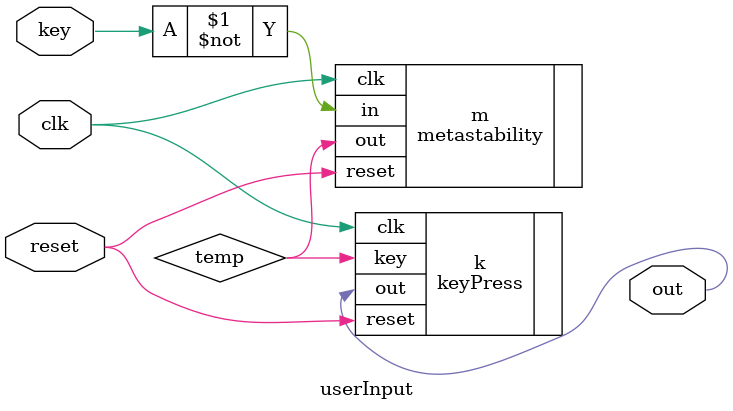
<source format=sv>

module userInput(clk, reset, key, out);
	input logic clk, reset;
	input logic key;
	output logic out;
	
	logic temp;
	
	metastability m(.clk, .reset, .in(~key), .out(temp));
	keyPress k(.clk, .reset, .key(temp), .out);
	
endmodule

</source>
